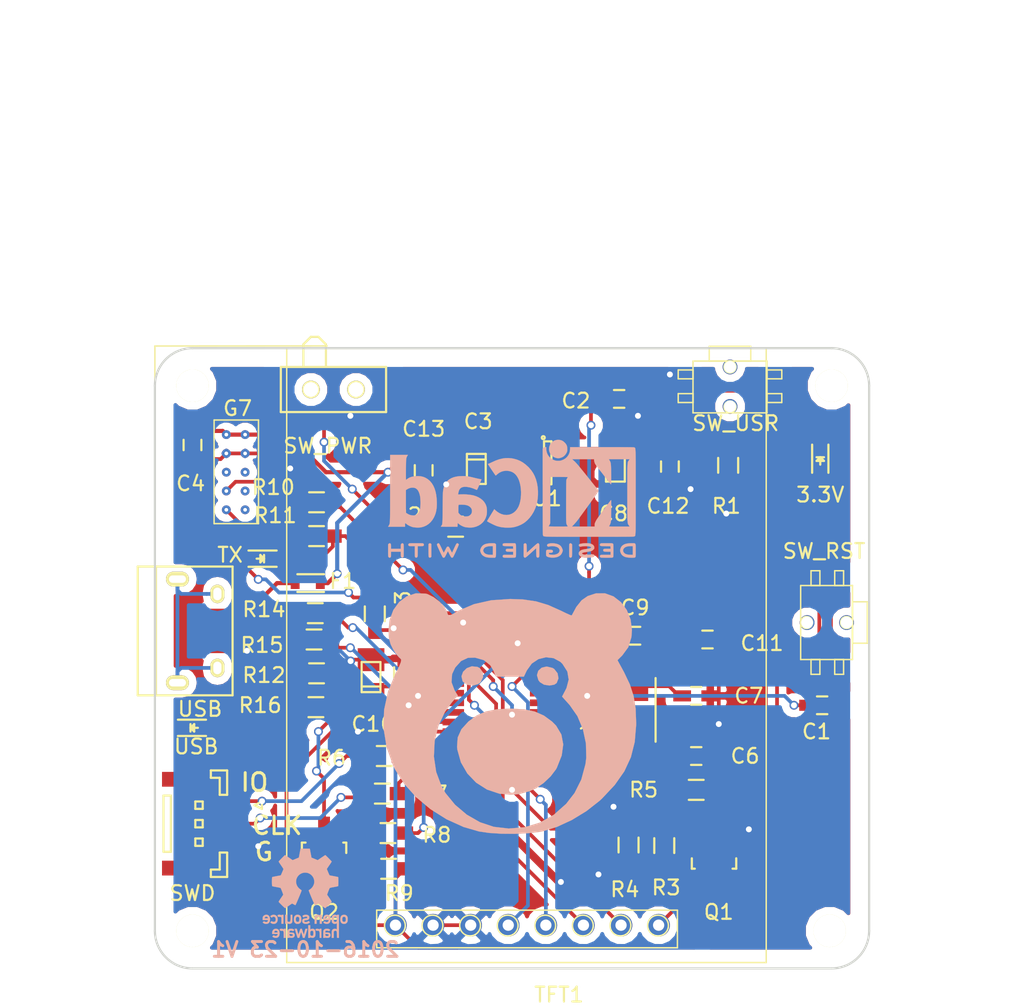
<source format=kicad_pcb>
(kicad_pcb (version 4) (host pcbnew 4.0.4-stable)
  (layers (0 F.Cu signal) (31 B.Cu signal) (34 B.Paste user) (35 F.Paste user) (36 B.SilkS user) (37 F.SilkS user) (38 B.Mask user) (39 F.Mask user) (44 Edge.Cuts user))
  (net 0 "")
  (net 1 /NRST)
  (net 2 GND)
  (net 3 /U_BTN)
  (net 4 +5V)
  (net 5 +3V3)
  (net 6 "Net-(C6-Pad1)")
  (net 7 "Net-(C7-Pad1)")
  (net 8 "Net-(D1-Pad2)")
  (net 9 "Net-(D2-Pad2)")
  (net 10 /G_TX)
  (net 11 "Net-(D3-Pad2)")
  (net 12 "Net-(F1-Pad2)")
  (net 13 "Net-(P1-Pad1)")
  (net 14 "Net-(P1-Pad2)")
  (net 15 "Net-(P2-Pad2)")
  (net 16 "Net-(P2-Pad3)")
  (net 17 "Net-(P2-Pad4)")
  (net 18 "Net-(P2-Pad6)")
  (net 19 "Net-(Q1-Pad3)")
  (net 20 "Net-(Q2-Pad3)")
  (net 21 "Net-(R2-Pad1)")
  (net 22 "Net-(R2-Pad2)")
  (net 23 /T_LED)
  (net 24 "Net-(R5-Pad1)")
  (net 25 /SWIO)
  (net 26 /SWCLK)
  (net 27 /USB_EN)
  (net 28 "Net-(R10-Pad1)")
  (net 29 /G_RX)
  (net 30 "Net-(R11-Pad1)")
  (net 31 /USB_DM)
  (net 32 /USB_DP)
  (net 33 /T_REST)
  (net 34 /T_A0)
  (net 35 /T_SDA)
  (net 36 /T_SCK)
  (net 37 "Net-(U1-Pad4)")
  (net 38 "Net-(U3-Pad5)")
  (net 39 "Net-(U3-Pad6)")
  (net 40 "Net-(U3-Pad8)")
  (net 41 "Net-(U3-Pad10)")
  (net 42 "Net-(Q1-Pad1)")
  (net 43 "Net-(Q2-Pad1)")
  (module HC_Mods:TFT1.44 (layer F.Cu) (at 98.806 116.713)
    (fp_text reference TFT1 (at 12.319 5.715) (layer F.SilkS))
    (fp_text value TFT_1.44)
    (pad 1 thru_hole circle (at 1.27 1.016) (size 1.524 1.524) (drill 0.762) (layers *.Cu *.Mask) (net 5 +3V3))
    (pad 2 thru_hole circle (at 3.81 1.016) (size 1.524 1.524) (drill 0.762) (layers *.Cu *.Mask) (net 2 GND))
    (pad 3 thru_hole circle (at 6.35 1.016) (size 1.524 1.524) (drill 0.762) (layers *.Cu *.Mask) (net 2 GND))
    (pad 4 thru_hole circle (at 8.89 1.016) (size 1.524 1.524) (drill 0.762) (layers *.Cu *.Mask) (net 33 /T_REST))
    (pad 5 thru_hole circle (at 11.43 1.016) (size 1.524 1.524) (drill 0.762) (layers *.Cu *.Mask) (net 34 /T_A0))
    (pad 6 thru_hole circle (at 13.97 1.016) (size 1.524 1.524) (drill 0.762) (layers *.Cu *.Mask) (net 35 /T_SDA))
    (pad 7 thru_hole circle (at 16.51 1.016) (size 1.524 1.524) (drill 0.762) (layers *.Cu *.Mask) (net 36 /T_SCK))
    (pad 8 thru_hole circle (at 19.05 1.016) (size 1.524 1.524) (drill 0.762) (layers *.Cu *.Mask) (net 19 "Net-(Q1-Pad3)"))
  )
  (module Connectors_JST:JST_GH_BM03B-GHS-TBT_03x1.25mm_Straight (layer F.Cu) (at 87.376 110.871 270)
    (fp_text reference SWD (at 4.699 1.016 360) (layer F.SilkS))
    (fp_text value CONN_01X03)
    (pad 1 smd rect (at -1.25 -1.675 270) (size 0.6 1.8) (layers F.Cu F.Paste F.Mask) (net 13 "Net-(P1-Pad1)"))
    (pad 2 smd rect (at 0 -1.675 270) (size 0.6 1.8) (layers F.Cu F.Paste F.Mask) (net 14 "Net-(P1-Pad2)"))
    (pad 3 smd rect (at 1.25 -1.675 270) (size 0.6 1.8) (layers F.Cu F.Paste F.Mask) (net 2 GND))
    (pad "" smd rect (at 3 1.675 270) (size 1 2.8) (layers F.Cu F.Paste F.Mask))
    (pad "" smd rect (at -3 1.675 270) (size 1 2.8) (layers F.Cu F.Paste F.Mask))
  )
  (module Capacitors_SMD:C_0603_HandSoldering (layer F.Cu) (at 128.905 102.87)
    (fp_text reference C1 (at -0.381 1.778 180) (layer F.SilkS))
    (fp_text value 100n)
    (pad 1 smd rect (at -0.95 0) (size 1.2 0.75) (layers F.Cu F.Paste F.Mask) (net 1 /NRST))
    (pad 2 smd rect (at 0.95 0) (size 1.2 0.75) (layers F.Cu F.Paste F.Mask) (net 2 GND))
  )
  (module Capacitors_SMD:C_0603_HandSoldering (layer F.Cu) (at 115.189 82.169)
    (fp_text reference C2 (at -2.921 0.127) (layer F.SilkS))
    (fp_text value 100n)
    (pad 1 smd rect (at -0.95 0) (size 1.2 0.75) (layers F.Cu F.Paste F.Mask) (net 3 /U_BTN))
    (pad 2 smd rect (at 0.95 0) (size 1.2 0.75) (layers F.Cu F.Paste F.Mask) (net 2 GND))
  )
  (module Capacitors_Tantalum_SMD:TantalC_SizeR_EIA-2012 (layer F.Cu) (at 105.537 86.90102 90)
    (fp_text reference C3 (at 3.20802 0.127 180) (layer F.SilkS))
    (fp_text value 10u)
    (pad 1 smd rect (at 1.17602 0 90) (size 1.5494 1.80086) (layers F.Cu F.Paste F.Mask) (net 4 +5V))
    (pad 2 smd rect (at -1.17602 0 90) (size 1.5494 1.80086) (layers F.Cu F.Paste F.Mask) (net 2 GND))
  )
  (module Capacitors_SMD:C_0603_HandSoldering (layer F.Cu) (at 86.36 85.283 270)
    (fp_text reference C4 (at 2.601 0.127 360) (layer F.SilkS))
    (fp_text value 100n)
    (pad 1 smd rect (at -0.95 0 270) (size 1.2 0.75) (layers F.Cu F.Paste F.Mask) (net 4 +5V))
    (pad 2 smd rect (at 0.95 0 270) (size 1.2 0.75) (layers F.Cu F.Paste F.Mask) (net 2 GND))
  )
  (module Capacitors_SMD:C_0603_HandSoldering (layer F.Cu) (at 100.584 100.65 90)
    (fp_text reference C5 (at -2.474 0.127 180) (layer F.SilkS))
    (fp_text value 100n)
    (pad 1 smd rect (at -0.95 0 90) (size 1.2 0.75) (layers F.Cu F.Paste F.Mask) (net 5 +3V3))
    (pad 2 smd rect (at 0.95 0 90) (size 1.2 0.75) (layers F.Cu F.Paste F.Mask) (net 2 GND))
  )
  (module Capacitors_SMD:C_0603_HandSoldering (layer F.Cu) (at 120.396 106.299)
    (fp_text reference C6 (at 3.302 0 180) (layer F.SilkS))
    (fp_text value 22p)
    (pad 1 smd rect (at -0.95 0) (size 1.2 0.75) (layers F.Cu F.Paste F.Mask) (net 6 "Net-(C6-Pad1)"))
    (pad 2 smd rect (at 0.95 0) (size 1.2 0.75) (layers F.Cu F.Paste F.Mask) (net 2 GND))
  )
  (module Capacitors_SMD:C_0603_HandSoldering (layer F.Cu) (at 120.396 102.235)
    (fp_text reference C7 (at 3.556 0) (layer F.SilkS))
    (fp_text value 22p)
    (pad 1 smd rect (at -0.95 0) (size 1.2 0.75) (layers F.Cu F.Paste F.Mask) (net 7 "Net-(C7-Pad1)"))
    (pad 2 smd rect (at 0.95 0) (size 1.2 0.75) (layers F.Cu F.Paste F.Mask) (net 2 GND))
  )
  (module Capacitors_Tantalum_SMD:TantalC_SizeR_EIA-2012 (layer F.Cu) (at 114.935 86.741 90)
    (fp_text reference C8 (at -3.175 -0.127 360) (layer F.SilkS))
    (fp_text value 10u)
    (pad 1 smd rect (at 1.17602 0 90) (size 1.5494 1.80086) (layers F.Cu F.Paste F.Mask) (net 5 +3V3))
    (pad 2 smd rect (at -1.17602 0 90) (size 1.5494 1.80086) (layers F.Cu F.Paste F.Mask) (net 2 GND))
  )
  (module Capacitors_SMD:C_0603_HandSoldering (layer F.Cu) (at 116.266 98.171)
    (fp_text reference C9 (at 0 -1.9) (layer F.SilkS))
    (fp_text value 100n)
    (pad 1 smd rect (at -0.95 0) (size 1.2 0.75) (layers F.Cu F.Paste F.Mask) (net 5 +3V3))
    (pad 2 smd rect (at 0.95 0) (size 1.2 0.75) (layers F.Cu F.Paste F.Mask) (net 2 GND))
  )
  (module Capacitors_Tantalum_SMD:TantalC_SizeR_EIA-2012 (layer F.Cu) (at 98.425 100.965 270)
    (fp_text reference C10 (at 3.175 -0.127 360) (layer F.SilkS))
    (fp_text value 4.7u)
    (pad 1 smd rect (at 1.17602 0 270) (size 1.5494 1.80086) (layers F.Cu F.Paste F.Mask) (net 5 +3V3))
    (pad 2 smd rect (at -1.17602 0 270) (size 1.5494 1.80086) (layers F.Cu F.Paste F.Mask) (net 2 GND))
  )
  (module Capacitors_SMD:C_0603_HandSoldering (layer F.Cu) (at 121.158 98.425)
    (fp_text reference C11 (at 3.683 0.254) (layer F.SilkS))
    (fp_text value 100n)
    (pad 1 smd rect (at -0.95 0) (size 1.2 0.75) (layers F.Cu F.Paste F.Mask) (net 5 +3V3))
    (pad 2 smd rect (at 0.95 0) (size 1.2 0.75) (layers F.Cu F.Paste F.Mask) (net 2 GND))
  )
  (module Capacitors_SMD:C_0603_HandSoldering (layer F.Cu) (at 118.618 86.741 270)
    (fp_text reference C12 (at 2.667 0.127 360) (layer F.SilkS))
    (fp_text value 100n)
    (pad 1 smd rect (at -0.95 0 270) (size 1.2 0.75) (layers F.Cu F.Paste F.Mask) (net 5 +3V3))
    (pad 2 smd rect (at 0.95 0 270) (size 1.2 0.75) (layers F.Cu F.Paste F.Mask) (net 2 GND))
  )
  (module Capacitors_SMD:C_0603_HandSoldering (layer F.Cu) (at 101.981 86.995 270)
    (fp_text reference C13 (at -2.794 0 360) (layer F.SilkS))
    (fp_text value 100n)
    (pad 1 smd rect (at -0.95 0 270) (size 1.2 0.75) (layers F.Cu F.Paste F.Mask) (net 4 +5V))
    (pad 2 smd rect (at 0.95 0 270) (size 1.2 0.75) (layers F.Cu F.Paste F.Mask) (net 2 GND))
  )
  (module LEDs:LED_0603 (layer F.Cu) (at 128.778 86.36 270)
    (fp_text reference 3.3V (at 2.286 0 360) (layer F.SilkS))
    (fp_text value LED_PWR)
    (pad 2 smd rect (at 0.7493 0 90) (size 0.79756 0.79756) (layers F.Cu F.Paste F.Mask) (net 8 "Net-(D1-Pad2)"))
    (pad 1 smd rect (at -0.7493 0 90) (size 0.79756 0.79756) (layers F.Cu F.Paste F.Mask) (net 2 GND))
  )
  (module LEDs:LED_0603 (layer F.Cu) (at 90.9447 92.964 180)
    (fp_text reference TX (at 2.0447 0.254 180) (layer F.SilkS))
    (fp_text value LED_TX)
    (pad 2 smd rect (at 0.7493 0) (size 0.79756 0.79756) (layers F.Cu F.Paste F.Mask) (net 9 "Net-(D2-Pad2)"))
    (pad 1 smd rect (at -0.7493 0) (size 0.79756 0.79756) (layers F.Cu F.Paste F.Mask) (net 10 /G_TX))
  )
  (module LEDs:LED_0603 (layer F.Cu) (at 86.4743 104.394)
    (fp_text reference USB (at 0.1397 1.27) (layer F.SilkS))
    (fp_text value LED_USB)
    (pad 2 smd rect (at 0.7493 0 180) (size 0.79756 0.79756) (layers F.Cu F.Paste F.Mask) (net 11 "Net-(D3-Pad2)"))
    (pad 1 smd rect (at -0.7493 0 180) (size 0.79756 0.79756) (layers F.Cu F.Paste F.Mask) (net 2 GND))
  )
  (module Diodes_SMD:D_0603 (layer F.Cu) (at 94.146 94.615 180)
    (fp_text reference F1 (at -2.374 0.127 180) (layer F.SilkS))
    (fp_text value 6V)
    (pad 1 smd rect (at -0.85 0 180) (size 0.6 0.8) (layers F.Cu F.Paste F.Mask) (net 4 +5V))
    (pad 2 smd rect (at 0.85 0 180) (size 0.6 0.8) (layers F.Cu F.Paste F.Mask) (net 12 "Net-(F1-Pad2)"))
  )
  (module Connect:USB_Micro-B (layer F.Cu) (at 86.48146 97.8469 270)
    (fp_text reference USB (at 5.2771 -0.38654 360) (layer F.SilkS))
    (fp_text value USB_OTG)
    (pad 1 smd rect (at -1.3009 -1.56254) (size 1.35 0.4) (layers F.Cu F.Paste F.Mask) (net 12 "Net-(F1-Pad2)"))
    (pad 2 smd rect (at -0.6509 -1.56254) (size 1.35 0.4) (layers F.Cu F.Paste F.Mask) (net 15 "Net-(P2-Pad2)"))
    (pad 3 smd rect (at -0.0009 -1.56254) (size 1.35 0.4) (layers F.Cu F.Paste F.Mask) (net 16 "Net-(P2-Pad3)"))
    (pad 4 smd rect (at 0.6491 -1.56254) (size 1.35 0.4) (layers F.Cu F.Paste F.Mask) (net 17 "Net-(P2-Pad4)"))
    (pad 5 smd rect (at 1.2991 -1.56254) (size 1.35 0.4) (layers F.Cu F.Paste F.Mask) (net 2 GND))
    (pad 6 thru_hole oval (at -2.5009 -1.56254) (size 0.95 1.25) (drill oval 0.55 0.85) (layers *.Cu *.Mask F.SilkS) (net 18 "Net-(P2-Pad6)"))
    (pad 6 thru_hole oval (at 2.4991 -1.56254) (size 0.95 1.25) (drill oval 0.55 0.85) (layers *.Cu *.Mask F.SilkS) (net 18 "Net-(P2-Pad6)"))
    (pad 6 thru_hole oval (at -3.5009 1.13746) (size 1.55 1) (drill oval 1.15 0.5) (layers *.Cu *.Mask F.SilkS) (net 18 "Net-(P2-Pad6)"))
    (pad 6 thru_hole oval (at 3.4991 1.13746) (size 1.55 1) (drill oval 1.15 0.5) (layers *.Cu *.Mask F.SilkS) (net 18 "Net-(P2-Pad6)"))
  )
  (module TO_SOT_Packages_SMD:SOT-23_Handsoldering (layer F.Cu) (at 121.6 113.26114 180)
    (fp_text reference Q1 (at -0.32 -3.57886 180) (layer F.SilkS))
    (fp_text value Q_PNP_BEC)
    (pad 1 smd rect (at -0.95 1.50114 180) (size 0.8001 1.80086) (layers F.Cu F.Paste F.Mask) (net 42 "Net-(Q1-Pad1)"))
    (pad 2 smd rect (at 0.95 1.50114 180) (size 0.8001 1.80086) (layers F.Cu F.Paste F.Mask) (net 5 +3V3))
    (pad 3 smd rect (at 0 -1.50114 180) (size 0.8001 1.80086) (layers F.Cu F.Paste F.Mask) (net 19 "Net-(Q1-Pad3)"))
  )
  (module TO_SOT_Packages_SMD:SOT-23_Handsoldering (layer F.Cu) (at 95.25 112.79886)
    (fp_text reference Q2 (at 0 4.04114 180) (layer F.SilkS))
    (fp_text value Q_PNP_BEC)
    (pad 1 smd rect (at -0.95 1.50114) (size 0.8001 1.80086) (layers F.Cu F.Paste F.Mask) (net 43 "Net-(Q2-Pad1)"))
    (pad 2 smd rect (at 0.95 1.50114) (size 0.8001 1.80086) (layers F.Cu F.Paste F.Mask) (net 5 +3V3))
    (pad 3 smd rect (at 0 -1.50114) (size 0.8001 1.80086) (layers F.Cu F.Paste F.Mask) (net 20 "Net-(Q2-Pad3)"))
  )
  (module Resistors_SMD:R_0603_HandSoldering (layer F.Cu) (at 122.555 86.657 90)
    (fp_text reference R1 (at -2.751 -0.127 180) (layer F.SilkS))
    (fp_text value 1k)
    (pad 1 smd rect (at -1.1 0 90) (size 1.2 0.9) (layers F.Cu F.Paste F.Mask) (net 5 +3V3))
    (pad 2 smd rect (at 1.1 0 90) (size 1.2 0.9) (layers F.Cu F.Paste F.Mask) (net 8 "Net-(D1-Pad2)"))
  )
  (module Resistors_SMD:R_0603_HandSoldering (layer F.Cu) (at 104.14 90.805)
    (fp_text reference R2 (at -3.259 -0.762) (layer F.SilkS))
    (fp_text value 10k)
    (pad 1 smd rect (at -1.1 0) (size 1.2 0.9) (layers F.Cu F.Paste F.Mask) (net 21 "Net-(R2-Pad1)"))
    (pad 2 smd rect (at 1.1 0) (size 1.2 0.9) (layers F.Cu F.Paste F.Mask) (net 22 "Net-(R2-Pad2)"))
  )
  (module Resistors_SMD:R_0603_HandSoldering (layer F.Cu) (at 118.237 112.352 270)
    (fp_text reference R3 (at 2.837 -0.127 360) (layer F.SilkS))
    (fp_text value 10k)
    (pad 1 smd rect (at -1.1 0 270) (size 1.2 0.9) (layers F.Cu F.Paste F.Mask) (net 5 +3V3))
    (pad 2 smd rect (at 1.1 0 270) (size 1.2 0.9) (layers F.Cu F.Paste F.Mask) (net 42 "Net-(Q1-Pad1)"))
  )
  (module Resistors_SMD:R_0603_HandSoldering (layer F.Cu) (at 115.824 112.311 270)
    (fp_text reference R4 (at 3.005 0.254 360) (layer F.SilkS))
    (fp_text value 1k)
    (pad 1 smd rect (at -1.1 0 270) (size 1.2 0.9) (layers F.Cu F.Paste F.Mask) (net 23 /T_LED))
    (pad 2 smd rect (at 1.1 0 270) (size 1.2 0.9) (layers F.Cu F.Paste F.Mask) (net 42 "Net-(Q1-Pad1)"))
  )
  (module Resistors_SMD:R_0603_HandSoldering (layer F.Cu) (at 120.396 108.585)
    (fp_text reference R5 (at -3.556 0) (layer F.SilkS))
    (fp_text value 10k)
    (pad 1 smd rect (at -1.1 0) (size 1.2 0.9) (layers F.Cu F.Paste F.Mask) (net 24 "Net-(R5-Pad1)"))
    (pad 2 smd rect (at 1.1 0) (size 1.2 0.9) (layers F.Cu F.Paste F.Mask) (net 2 GND))
  )
  (module Resistors_SMD:R_0603_HandSoldering (layer F.Cu) (at 99.314 106.299)
    (fp_text reference R6 (at -3.556 0.127) (layer F.SilkS))
    (fp_text value 22r)
    (pad 1 smd rect (at -1.1 0) (size 1.2 0.9) (layers F.Cu F.Paste F.Mask) (net 13 "Net-(P1-Pad1)"))
    (pad 2 smd rect (at 1.1 0) (size 1.2 0.9) (layers F.Cu F.Paste F.Mask) (net 25 /SWIO))
  )
  (module Resistors_SMD:R_0603_HandSoldering (layer F.Cu) (at 99.187 108.839)
    (fp_text reference R7 (at 3.429 0) (layer F.SilkS))
    (fp_text value 22r)
    (pad 1 smd rect (at -1.1 0) (size 1.2 0.9) (layers F.Cu F.Paste F.Mask) (net 14 "Net-(P1-Pad2)"))
    (pad 2 smd rect (at 1.1 0) (size 1.2 0.9) (layers F.Cu F.Paste F.Mask) (net 26 /SWCLK))
  )
  (module Resistors_SMD:R_0603_HandSoldering (layer F.Cu) (at 99.568 111.506 180)
    (fp_text reference R8 (at -3.302 -0.127 360) (layer F.SilkS))
    (fp_text value 1k)
    (pad 1 smd rect (at -1.1 0 180) (size 1.2 0.9) (layers F.Cu F.Paste F.Mask) (net 27 /USB_EN))
    (pad 2 smd rect (at 1.1 0 180) (size 1.2 0.9) (layers F.Cu F.Paste F.Mask) (net 43 "Net-(Q2-Pad1)"))
  )
  (module Resistors_SMD:R_0603_HandSoldering (layer F.Cu) (at 99.611 113.919)
    (fp_text reference R9 (at 0.719 1.651 180) (layer F.SilkS))
    (fp_text value 10k)
    (pad 1 smd rect (at -1.1 0) (size 1.2 0.9) (layers F.Cu F.Paste F.Mask) (net 43 "Net-(Q2-Pad1)"))
    (pad 2 smd rect (at 1.1 0) (size 1.2 0.9) (layers F.Cu F.Paste F.Mask) (net 5 +3V3))
  )
  (module Resistors_SMD:R_0603_HandSoldering (layer F.Cu) (at 94.742 89.154)
    (fp_text reference R10 (at -2.921 -1.016) (layer F.SilkS))
    (fp_text value 22r)
    (pad 1 smd rect (at -1.1 0) (size 1.2 0.9) (layers F.Cu F.Paste F.Mask) (net 28 "Net-(R10-Pad1)"))
    (pad 2 smd rect (at 1.1 0) (size 1.2 0.9) (layers F.Cu F.Paste F.Mask) (net 29 /G_RX))
  )
  (module Resistors_SMD:R_0603_HandSoldering (layer F.Cu) (at 94.742 91.44)
    (fp_text reference R11 (at -2.794 -1.397) (layer F.SilkS))
    (fp_text value 22r)
    (pad 1 smd rect (at -1.1 0) (size 1.2 0.9) (layers F.Cu F.Paste F.Mask) (net 30 "Net-(R11-Pad1)"))
    (pad 2 smd rect (at 1.1 0) (size 1.2 0.9) (layers F.Cu F.Paste F.Mask) (net 10 /G_TX))
  )
  (module Resistors_SMD:R_0603_HandSoldering (layer F.Cu) (at 94.742 100.711)
    (fp_text reference R12 (at -3.556 0.127) (layer F.SilkS))
    (fp_text value 1.5k)
    (pad 1 smd rect (at -1.1 0) (size 1.2 0.9) (layers F.Cu F.Paste F.Mask) (net 16 "Net-(P2-Pad3)"))
    (pad 2 smd rect (at 1.1 0) (size 1.2 0.9) (layers F.Cu F.Paste F.Mask) (net 20 "Net-(Q2-Pad3)"))
  )
  (module Resistors_SMD:R_0603_HandSoldering (layer F.Cu) (at 98.679 96.69 90)
    (fp_text reference R13 (at 0.127 1.905 90) (layer F.SilkS))
    (fp_text value 1k)
    (pad 1 smd rect (at -1.1 0 90) (size 1.2 0.9) (layers F.Cu F.Paste F.Mask) (net 5 +3V3))
    (pad 2 smd rect (at 1.1 0 90) (size 1.2 0.9) (layers F.Cu F.Paste F.Mask) (net 9 "Net-(D2-Pad2)"))
  )
  (module Resistors_SMD:R_0603_HandSoldering (layer F.Cu) (at 94.658 96.647)
    (fp_text reference R14 (at -3.472 -0.254) (layer F.SilkS))
    (fp_text value 0r)
    (pad 1 smd rect (at -1.1 0) (size 1.2 0.9) (layers F.Cu F.Paste F.Mask) (net 15 "Net-(P2-Pad2)"))
    (pad 2 smd rect (at 1.1 0) (size 1.2 0.9) (layers F.Cu F.Paste F.Mask) (net 31 /USB_DM))
  )
  (module Resistors_SMD:R_0603_HandSoldering (layer F.Cu) (at 94.572 98.425)
    (fp_text reference R15 (at -3.513 0.381) (layer F.SilkS))
    (fp_text value 0r)
    (pad 1 smd rect (at -1.1 0) (size 1.2 0.9) (layers F.Cu F.Paste F.Mask) (net 16 "Net-(P2-Pad3)"))
    (pad 2 smd rect (at 1.1 0) (size 1.2 0.9) (layers F.Cu F.Paste F.Mask) (net 32 /USB_DP))
  )
  (module Resistors_SMD:R_0603_HandSoldering (layer F.Cu) (at 94.699 102.997 180)
    (fp_text reference R16 (at 3.767 0.127 180) (layer F.SilkS))
    (fp_text value 1k)
    (pad 1 smd rect (at -1.1 0 180) (size 1.2 0.9) (layers F.Cu F.Paste F.Mask) (net 20 "Net-(Q2-Pad3)"))
    (pad 2 smd rect (at 1.1 0 180) (size 1.2 0.9) (layers F.Cu F.Paste F.Mask) (net 11 "Net-(D3-Pad2)"))
  )
  (module HC_Mods:SSSS811101 (layer F.Cu) (at 95.885 81.534 180)
    (fp_text reference SW_PWR (at 0.381 -3.81 180) (layer F.SilkS))
    (fp_text value SWITCH_INV)
    (pad "" smd rect (at 3.556 1.016 180) (size 1 0.8) (layers F.Cu F.Paste F.Mask))
    (pad "" smd rect (at 3.556 -1.016 180) (size 1 0.8) (layers F.Cu F.Paste F.Mask))
    (pad "" smd rect (at -3.556 -1.016 180) (size 1 0.8) (layers F.Cu F.Paste F.Mask))
    (pad "" thru_hole circle (at -1.524 0 180) (size 1.2 1.2) (drill 1) (layers *.Cu *.Mask F.SilkS))
    (pad "" thru_hole circle (at 1.524 0 180) (size 1.2 1.2) (drill 1) (layers *.Cu *.Mask F.SilkS))
    (pad 2 smd rect (at 0.762 -1.778 180) (size 0.7 1.5) (layers F.Cu F.Paste F.Mask) (net 21 "Net-(R2-Pad1)"))
    (pad 3 smd rect (at 2.286 -1.778 180) (size 0.7 1.5) (layers F.Cu F.Paste F.Mask) (net 4 +5V))
    (pad 1 smd rect (at -2.286 -1.778 180) (size 0.7 1.5) (layers F.Cu F.Paste F.Mask) (net 2 GND))
    (pad "" smd rect (at -3.556 1.016 180) (size 1 0.8) (layers F.Cu F.Paste F.Mask))
  )
  (module HC_Mods:MBTN1 (layer F.Cu) (at 131.953 98.679 270)
    (fp_text reference SW_RST1 hide)
    (fp_text value SW_RST (at -6.223 2.921 360) (layer F.SilkS))
    (pad 1 smd rect (at 1.651 1.905 270) (size 1 0.6) (layers F.Cu F.Paste F.Mask) (net 2 GND))
    (pad 2 smd rect (at 1.651 3.556 270) (size 1 0.6) (layers F.Cu F.Paste F.Mask) (net 1 /NRST))
    (pad 1 smd rect (at -4.445 1.905 270) (size 1 0.6) (layers F.Cu F.Paste F.Mask) (net 2 GND))
    (pad 2 smd rect (at -4.445 3.556 270) (size 1 0.6) (layers F.Cu F.Paste F.Mask) (net 1 /NRST))
    (pad "" np_thru_hole circle (at -1.397 1.397 270) (size 1 1) (drill 0.8) (layers *.Cu *.Mask))
    (pad "" np_thru_hole circle (at -1.397 4.064 270) (size 1 1) (drill 0.8) (layers *.Cu *.Mask))
  )
  (module HC_Mods:MBTN1 (layer F.Cu) (at 124.079 78.613)
    (fp_text reference SW_RST2 hide)
    (fp_text value SW_USR (at -1.016 5.207) (layer F.SilkS))
    (pad 1 smd rect (at 1.651 1.905) (size 1 0.6) (layers F.Cu F.Paste F.Mask) (net 2 GND))
    (pad 2 smd rect (at 1.651 3.556) (size 1 0.6) (layers F.Cu F.Paste F.Mask) (net 3 /U_BTN))
    (pad 1 smd rect (at -4.445 1.905) (size 1 0.6) (layers F.Cu F.Paste F.Mask) (net 2 GND))
    (pad 2 smd rect (at -4.445 3.556) (size 1 0.6) (layers F.Cu F.Paste F.Mask) (net 3 /U_BTN))
    (pad "" np_thru_hole circle (at -1.397 1.397) (size 1 1) (drill 0.8) (layers *.Cu *.Mask))
    (pad "" np_thru_hole circle (at -1.397 4.064) (size 1 1) (drill 0.8) (layers *.Cu *.Mask))
  )
  (module TO_SOT_Packages_SMD:SOT-23-5 (layer F.Cu) (at 110.363 86.487)
    (fp_text reference U1 (at -0.05 2.413) (layer F.SilkS))
    (fp_text value SPX3819)
    (pad 1 smd rect (at -1.1 -0.95) (size 1.06 0.65) (layers F.Cu F.Paste F.Mask) (net 4 +5V))
    (pad 2 smd rect (at -1.1 0) (size 1.06 0.65) (layers F.Cu F.Paste F.Mask) (net 2 GND))
    (pad 3 smd rect (at -1.1 0.95) (size 1.06 0.65) (layers F.Cu F.Paste F.Mask) (net 22 "Net-(R2-Pad2)"))
    (pad 4 smd rect (at 1.1 0.95) (size 1.06 0.65) (layers F.Cu F.Paste F.Mask) (net 37 "Net-(U1-Pad4)"))
    (pad 5 smd rect (at 1.1 -0.95) (size 1.06 0.65) (layers F.Cu F.Paste F.Mask) (net 5 +3V3))
  )
  (module Housings_SSOP:TSSOP-20_4.4x6.5mm_Pitch0.65mm (layer F.Cu) (at 106.934 101.727 180)
    (fp_text reference U2 (at 0 -4.3 180) (layer F.SilkS))
    (fp_text value STM32F070F6Px)
    (pad 1 smd rect (at -2.95 -2.925 180) (size 1.45 0.45) (layers F.Cu F.Paste F.Mask) (net 24 "Net-(R5-Pad1)"))
    (pad 2 smd rect (at -2.95 -2.275 180) (size 1.45 0.45) (layers F.Cu F.Paste F.Mask) (net 6 "Net-(C6-Pad1)"))
    (pad 3 smd rect (at -2.95 -1.625 180) (size 1.45 0.45) (layers F.Cu F.Paste F.Mask) (net 7 "Net-(C7-Pad1)"))
    (pad 4 smd rect (at -2.95 -0.975 180) (size 1.45 0.45) (layers F.Cu F.Paste F.Mask) (net 1 /NRST))
    (pad 5 smd rect (at -2.95 -0.325 180) (size 1.45 0.45) (layers F.Cu F.Paste F.Mask) (net 5 +3V3))
    (pad 6 smd rect (at -2.95 0.325 180) (size 1.45 0.45) (layers F.Cu F.Paste F.Mask) (net 3 /U_BTN))
    (pad 7 smd rect (at -2.95 0.975 180) (size 1.45 0.45) (layers F.Cu F.Paste F.Mask) (net 33 /T_REST))
    (pad 8 smd rect (at -2.95 1.625 180) (size 1.45 0.45) (layers F.Cu F.Paste F.Mask) (net 29 /G_RX))
    (pad 9 smd rect (at -2.95 2.275 180) (size 1.45 0.45) (layers F.Cu F.Paste F.Mask) (net 10 /G_TX))
    (pad 10 smd rect (at -2.95 2.925 180) (size 1.45 0.45) (layers F.Cu F.Paste F.Mask) (net 27 /USB_EN))
    (pad 11 smd rect (at 2.95 2.925 180) (size 1.45 0.45) (layers F.Cu F.Paste F.Mask) (net 36 /T_SCK))
    (pad 12 smd rect (at 2.95 2.275 180) (size 1.45 0.45) (layers F.Cu F.Paste F.Mask) (net 34 /T_A0))
    (pad 13 smd rect (at 2.95 1.625 180) (size 1.45 0.45) (layers F.Cu F.Paste F.Mask) (net 35 /T_SDA))
    (pad 14 smd rect (at 2.95 0.975 180) (size 1.45 0.45) (layers F.Cu F.Paste F.Mask) (net 23 /T_LED))
    (pad 15 smd rect (at 2.95 0.325 180) (size 1.45 0.45) (layers F.Cu F.Paste F.Mask) (net 2 GND))
    (pad 16 smd rect (at 2.95 -0.325 180) (size 1.45 0.45) (layers F.Cu F.Paste F.Mask) (net 5 +3V3))
    (pad 17 smd rect (at 2.95 -0.975 180) (size 1.45 0.45) (layers F.Cu F.Paste F.Mask) (net 31 /USB_DM))
    (pad 18 smd rect (at 2.95 -1.625 180) (size 1.45 0.45) (layers F.Cu F.Paste F.Mask) (net 32 /USB_DP))
    (pad 19 smd rect (at 2.95 -2.275 180) (size 1.45 0.45) (layers F.Cu F.Paste F.Mask) (net 25 /SWIO))
    (pad 20 smd rect (at 2.95 -2.925 180) (size 1.45 0.45) (layers F.Cu F.Paste F.Mask) (net 26 /SWCLK))
  )
  (module Crystals:Crystal_SMD_5032_2Pads (layer F.Cu) (at 115.951 103.632 90)
    (fp_text reference Y1 (at 0 -2.8 90) (layer F.SilkS))
    (fp_text value 8M)
    (pad 1 smd rect (at -2.05 0 90) (size 2 2.4) (layers F.Cu F.Paste F.Mask) (net 6 "Net-(C6-Pad1)"))
    (pad 2 smd rect (at 2.05 0 90) (size 2 2.4) (layers F.Cu F.Paste F.Mask) (net 7 "Net-(C7-Pad1)"))
  )
  (module Mounting_Holes:MountingHole_2.2mm_M2_ISO7380 (layer F.Cu) (at 86.36 118.11)
    (fp_text reference REF** hide)
    (fp_text value MountingHole_2.2mm_M2_ISO7380)
    (pad 1 np_thru_hole circle (at 0 0) (size 2.2 2.2) (drill 2.2) (layers *.Cu *.Mask F.SilkS))
  )
  (module Mounting_Holes:MountingHole_2.2mm_M2_ISO7380 (layer F.Cu) (at 129.413 118.11)
    (fp_text reference REF** hide)
    (fp_text value MountingHole_2.2mm_M2_ISO7380)
    (pad 1 np_thru_hole circle (at 0 0) (size 2.2 2.2) (drill 2.2) (layers *.Cu *.Mask F.SilkS))
  )
  (module Mounting_Holes:MountingHole_2.2mm_M2_ISO7380 (layer F.Cu) (at 129.54 81.28)
    (fp_text reference REF** hide)
    (fp_text value MountingHole_2.2mm_M2_ISO7380)
    (pad 1 np_thru_hole circle (at 0 0) (size 2.2 2.2) (drill 2.2) (layers *.Cu *.Mask F.SilkS))
  )
  (module Mounting_Holes:MountingHole_2.2mm_M2_ISO7380 (layer F.Cu) (at 86.36 81.28)
    (fp_text reference REF** hide)
    (fp_text value MountingHole_2.2mm_M2_ISO7380)
    (pad 1 np_thru_hole circle (at 0 0) (size 2.2 2.2) (drill 2.2) (layers *.Cu *.Mask F.SilkS))
  )
  (module Symbols:KiCad-Logo2_8mm_SilkScreen (layer B.Cu) (at 107.95 88.9 180)
    (fp_text reference REF*** hide)
    (fp_text value KiCad-Logo2_8mm_SilkScreen hide)
  )
  (module HC_Mods:HanChen_Gray (layer B.Cu) (at 107.95 102.87 180)
    (fp_text reference G*** hide)
    (fp_text value LOGO hide)
  )
  (module Symbols:OSHW-Logo_5.7x6mm_SilkScreen (layer B.Cu) (at 93.98 115.57 180)
    (fp_text reference REF*** hide)
    (fp_text value OSHW-Logo_5.7x6mm_SilkScreen hide)
  )
  (module HC_Mods:PMS7003_2 (layer F.Cu) (at 87.884 83.566)
    (fp_text reference G7 (at 1.524 -0.762) (layer F.SilkS))
    (fp_text value G7)
    (pad 1 thru_hole circle (at 0.762 1.016) (size 0.6 0.6) (drill 0.25) (layers *.Cu *.Mask) (net 4 +5V))
    (pad 2 thru_hole circle (at 2.032 1.016) (size 0.6 0.6) (drill 0.25) (layers *.Cu *.Mask) (net 4 +5V))
    (pad 3 thru_hole circle (at 0.762 2.286) (size 0.6 0.6) (drill 0.25) (layers *.Cu *.Mask) (net 2 GND))
    (pad 4 thru_hole circle (at 2.032 2.286) (size 0.6 0.6) (drill 0.25) (layers *.Cu *.Mask) (net 2 GND))
    (pad 5 thru_hole circle (at 0.762 3.556) (size 0.6 0.6) (drill 0.25) (layers *.Cu *.Mask) (net 38 "Net-(U3-Pad5)"))
    (pad 6 thru_hole circle (at 2.032 3.556) (size 0.6 0.6) (drill 0.25) (layers *.Cu *.Mask) (net 39 "Net-(U3-Pad6)"))
    (pad 7 thru_hole circle (at 0.762 4.826) (size 0.6 0.6) (drill 0.25) (layers *.Cu *.Mask) (net 28 "Net-(R10-Pad1)"))
    (pad 8 thru_hole circle (at 2.032 4.826) (size 0.6 0.6) (drill 0.25) (layers *.Cu *.Mask) (net 40 "Net-(U3-Pad8)"))
    (pad 9 thru_hole circle (at 0.762 6.096) (size 0.6 0.6) (drill 0.25) (layers *.Cu *.Mask) (net 30 "Net-(R11-Pad1)"))
    (pad 10 thru_hole circle (at 2.032 6.096) (size 0.6 0.6) (drill 0.25) (layers *.Cu *.Mask) (net 41 "Net-(U3-Pad10)"))
  )
  (gr_text "2016-10-23 V1" (at 93.98 119.38) (layer B.SilkS) (effects (font (size 1 1) (thickness 0.2)) (justify mirror)))
  (gr_text IO (at 90.551 108.077) (layer F.SilkS) (effects (font (size 1.2 1.2) (thickness 0.2))))
  (gr_text CLK (at 92.075 110.998) (layer F.SilkS) (effects (font (size 1.2 1.2) (thickness 0.2))))
  (gr_text G (at 91.186 112.776) (layer F.SilkS) (effects (font (size 1.2 1.2) (thickness 0.2))))
  (gr_line (start 129.54 78.74) (end 86.36 78.74) (layer Edge.Cuts) (width 0.15))
  (gr_line (start 132.08 118.11) (end 132.08 81.28) (layer Edge.Cuts) (width 0.15))
  (gr_line (start 86.36 120.65) (end 129.54 120.65) (layer Edge.Cuts) (width 0.15))
  (gr_line (start 83.82 81.28) (end 83.82 118.11) (layer Edge.Cuts) (width 0.15))
  (gr_arc (start 129.54 118.11) (end 132.08 118.11) (angle 90) (layer Edge.Cuts) (width 0.15))
  (gr_arc (start 86.36 118.11) (end 86.36 120.65) (angle 90) (layer Edge.Cuts) (width 0.15))
  (gr_arc (start 129.54 81.28) (end 129.54 78.74) (angle 90) (layer Edge.Cuts) (width 0.15))
  (gr_arc (start 86.36 81.28) (end 83.82 81.28) (angle 90) (layer Edge.Cuts) (width 0.15))
  (segment (start 127.955 102.87) (end 127.955 100.772) (width 0.25) (layer F.Cu) (net 1))
  (segment (start 127.955 100.772) (end 128.397 100.33) (width 0.25) (layer F.Cu) (net 1))
  (segment (start 127 102.87) (end 127.955 102.87) (width 0.25) (layer F.Cu) (net 1))
  (segment (start 113.03 102.235) (end 126.365 102.235) (width 0.25) (layer B.Cu) (net 1))
  (segment (start 126.365 102.235) (end 127 102.87) (width 0.25) (layer B.Cu) (net 1))
  (via (at 127 102.87) (size 0.6) (drill 0.4) (layers F.Cu B.Cu) (net 1))
  (segment (start 128.397 100.33) (end 128.397 99.58) (width 0.25) (layer F.Cu) (net 1))
  (segment (start 128.397 99.58) (end 128.714001 99.262999) (width 0.25) (layer F.Cu) (net 1))
  (segment (start 128.714001 99.262999) (end 128.714001 95.301001) (width 0.25) (layer F.Cu) (net 1))
  (segment (start 128.714001 95.301001) (end 128.397 94.984) (width 0.25) (layer F.Cu) (net 1))
  (segment (start 128.397 94.984) (end 128.397 94.234) (width 0.25) (layer F.Cu) (net 1))
  (segment (start 111.999246 102.702) (end 112.563 102.702) (width 0.25) (layer F.Cu) (net 1))
  (segment (start 112.563 102.702) (end 113.03 102.235) (width 0.25) (layer F.Cu) (net 1))
  (via (at 113.03 102.235) (size 0.6) (drill 0.4) (layers F.Cu B.Cu) (net 1))
  (segment (start 109.884 102.702) (end 111.999246 102.702) (width 0.25) (layer F.Cu) (net 1))
  (segment (start 128.143 93.98) (end 128.397 94.234) (width 0.25) (layer F.Cu) (net 1))
  (segment (start 105.156 117.729) (end 102.616 117.729) (width 0.25) (layer F.Cu) (net 2))
  (segment (start 90.043 99.187) (end 92.075 99.187) (width 0.25) (layer B.Cu) (net 2))
  (segment (start 92.075 99.187) (end 97.536 104.648) (width 0.25) (layer B.Cu) (net 2))
  (via (at 97.536 104.648) (size 0.6) (drill 0.4) (layers F.Cu B.Cu) (net 2))
  (segment (start 121.92 104.14) (end 121.92 109.22) (width 0.25) (layer B.Cu) (net 2))
  (segment (start 121.92 109.22) (end 123.952 111.252) (width 0.25) (layer B.Cu) (net 2))
  (via (at 123.952 111.252) (size 0.6) (drill 0.4) (layers F.Cu B.Cu) (net 2))
  (segment (start 97.028 83.312) (end 98.171 83.312) (width 0.25) (layer F.Cu) (net 2))
  (segment (start 92.964 86.868) (end 92.964 86.079988) (width 0.25) (layer B.Cu) (net 2))
  (segment (start 92.964 86.079988) (end 95.731988 83.312) (width 0.25) (layer B.Cu) (net 2))
  (segment (start 95.731988 83.312) (end 97.028 83.312) (width 0.25) (layer B.Cu) (net 2))
  (via (at 97.028 83.312) (size 0.6) (drill 0.4) (layers F.Cu B.Cu) (net 2))
  (segment (start 89.916 85.852) (end 91.948 85.852) (width 0.25) (layer F.Cu) (net 2))
  (segment (start 91.948 85.852) (end 92.964 86.868) (width 0.25) (layer F.Cu) (net 2))
  (via (at 92.964 86.868) (size 0.6) (drill 0.4) (layers F.Cu B.Cu) (net 2))
  (segment (start 113.792 114.3) (end 111.76 114.3) (width 0.25) (layer B.Cu) (net 2))
  (segment (start 111.76 114.3) (end 111.252 114.808) (width 0.25) (layer B.Cu) (net 2))
  (via (at 111.252 114.808) (size 0.6) (drill 0.4) (layers F.Cu B.Cu) (net 2))
  (segment (start 114.808 109.728) (end 114.808 113.284) (width 0.25) (layer B.Cu) (net 2))
  (segment (start 114.808 113.284) (end 113.792 114.3) (width 0.25) (layer B.Cu) (net 2))
  (via (at 113.792 114.3) (size 0.6) (drill 0.4) (layers F.Cu B.Cu) (net 2))
  (segment (start 121.92 104.14) (end 120.396 104.14) (width 0.25) (layer B.Cu) (net 2))
  (segment (start 120.396 104.14) (end 114.808 109.728) (width 0.25) (layer B.Cu) (net 2))
  (via (at 114.808 109.728) (size 0.6) (drill 0.4) (layers F.Cu B.Cu) (net 2))
  (segment (start 122.428 89.916) (end 120.777 88.265) (width 0.25) (layer B.Cu) (net 2))
  (segment (start 120.777 88.265) (end 120.015 88.265) (width 0.25) (layer B.Cu) (net 2))
  (segment (start 121.92 104.14) (end 121.92 90.424) (width 0.25) (layer F.Cu) (net 2))
  (segment (start 121.92 90.424) (end 122.428 89.916) (width 0.25) (layer F.Cu) (net 2))
  (via (at 122.428 89.916) (size 0.6) (drill 0.4) (layers F.Cu B.Cu) (net 2))
  (segment (start 121.346 106.299) (end 121.346 104.714) (width 0.25) (layer F.Cu) (net 2))
  (segment (start 121.346 104.714) (end 121.92 104.14) (width 0.25) (layer F.Cu) (net 2))
  (via (at 121.92 104.14) (size 0.6) (drill 0.4) (layers F.Cu B.Cu) (net 2))
  (segment (start 89.051 112.121) (end 90.531 112.121) (width 0.25) (layer F.Cu) (net 2))
  (segment (start 90.531 112.121) (end 90.805 112.395) (width 0.25) (layer F.Cu) (net 2))
  (via (at 90.805 112.395) (size 0.6) (drill 0.4) (layers F.Cu B.Cu) (net 2))
  (segment (start 130.048 100.33) (end 130.048 100.13) (width 0.25) (layer F.Cu) (net 2))
  (segment (start 130.048 100.13) (end 129.498 99.58) (width 0.25) (layer F.Cu) (net 2))
  (segment (start 129.498 99.58) (end 129.498 94.984) (width 0.25) (layer F.Cu) (net 2))
  (segment (start 129.498 94.984) (end 130.048 94.434) (width 0.25) (layer F.Cu) (net 2))
  (segment (start 130.048 94.434) (end 130.048 94.234) (width 0.25) (layer F.Cu) (net 2))
  (segment (start 90.043 99.187) (end 96.346801 99.187) (width 0.25) (layer B.Cu) (net 2))
  (segment (start 96.346801 99.187) (end 97.042972 99.883171) (width 0.25) (layer B.Cu) (net 2))
  (segment (start 103.505 87.945) (end 105.40496 87.945) (width 0.25) (layer F.Cu) (net 2))
  (segment (start 101.981 87.945) (end 103.505 87.945) (width 0.25) (layer F.Cu) (net 2))
  (via (at 103.505 87.945) (size 0.6) (drill 0.4) (layers F.Cu B.Cu) (net 2))
  (segment (start 105.40496 87.945) (end 105.537 88.07704) (width 0.25) (layer F.Cu) (net 2))
  (segment (start 114.935 87.91702) (end 113.78457 87.91702) (width 0.25) (layer F.Cu) (net 2))
  (segment (start 113.78457 87.91702) (end 112.35455 86.487) (width 0.25) (layer F.Cu) (net 2))
  (segment (start 112.35455 86.487) (end 110.043 86.487) (width 0.25) (layer F.Cu) (net 2))
  (segment (start 110.043 86.487) (end 109.263 86.487) (width 0.25) (layer F.Cu) (net 2))
  (segment (start 118.618 87.691) (end 119.441 87.691) (width 0.25) (layer F.Cu) (net 2))
  (segment (start 119.441 87.691) (end 120.015 88.265) (width 0.25) (layer F.Cu) (net 2))
  (via (at 120.015 88.265) (size 0.6) (drill 0.4) (layers F.Cu B.Cu) (net 2))
  (segment (start 118.618 87.691) (end 115.16102 87.691) (width 0.25) (layer F.Cu) (net 2))
  (segment (start 115.16102 87.691) (end 114.935 87.91702) (width 0.25) (layer F.Cu) (net 2))
  (via (at 97.042972 99.883171) (size 0.6) (drill 0.4) (layers F.Cu B.Cu) (net 2))
  (segment (start 97.137163 99.78898) (end 97.042972 99.883171) (width 0.25) (layer F.Cu) (net 2))
  (segment (start 98.425 99.78898) (end 97.137163 99.78898) (width 0.25) (layer F.Cu) (net 2))
  (segment (start 100.584 99.7) (end 98.51398 99.7) (width 0.25) (layer F.Cu) (net 2))
  (segment (start 98.51398 99.7) (end 98.425 99.78898) (width 0.25) (layer F.Cu) (net 2))
  (segment (start 101.209 99.7) (end 100.584 99.7) (width 0.25) (layer F.Cu) (net 2))
  (segment (start 101.293411 99.7) (end 101.209 99.7) (width 0.25) (layer F.Cu) (net 2))
  (segment (start 102.995411 101.402) (end 101.293411 99.7) (width 0.25) (layer F.Cu) (net 2))
  (segment (start 103.984 101.402) (end 102.995411 101.402) (width 0.25) (layer F.Cu) (net 2))
  (segment (start 118.618 80.518) (end 119.634 80.518) (width 0.25) (layer F.Cu) (net 2))
  (segment (start 116.459 83.312) (end 118.618 81.153) (width 0.25) (layer B.Cu) (net 2))
  (segment (start 118.618 81.153) (end 118.618 80.518) (width 0.25) (layer B.Cu) (net 2))
  (via (at 118.618 80.518) (size 0.6) (drill 0.4) (layers F.Cu B.Cu) (net 2))
  (segment (start 116.139 82.169) (end 116.139 82.992) (width 0.25) (layer F.Cu) (net 2))
  (segment (start 116.139 82.992) (end 116.459 83.312) (width 0.25) (layer F.Cu) (net 2))
  (via (at 116.459 83.312) (size 0.6) (drill 0.4) (layers F.Cu B.Cu) (net 2))
  (segment (start 109.263 86.487) (end 108.483 86.487) (width 0.25) (layer F.Cu) (net 2))
  (segment (start 108.483 86.487) (end 106.89296 88.07704) (width 0.25) (layer F.Cu) (net 2))
  (segment (start 106.89296 88.07704) (end 105.537 88.07704) (width 0.25) (layer F.Cu) (net 2))
  (segment (start 90.043 85.852) (end 89.916 85.852) (width 0.25) (layer F.Cu) (net 2))
  (segment (start 88.646 85.852) (end 90.043 85.852) (width 0.25) (layer F.Cu) (net 2))
  (segment (start 86.36 86.233) (end 88.265 86.233) (width 0.25) (layer F.Cu) (net 2))
  (segment (start 88.265 86.233) (end 88.646 85.852) (width 0.25) (layer F.Cu) (net 2))
  (segment (start 88.044 99.146) (end 90.002 99.146) (width 0.25) (layer F.Cu) (net 2))
  (segment (start 90.002 99.146) (end 90.043 99.187) (width 0.25) (layer F.Cu) (net 2))
  (via (at 90.043 99.187) (size 0.6) (drill 0.4) (layers F.Cu B.Cu) (net 2))
  (segment (start 119.634 82.169) (end 118.884 82.169) (width 0.25) (layer F.Cu) (net 3))
  (segment (start 118.884 82.169) (end 118.183999 81.468999) (width 0.25) (layer F.Cu) (net 3))
  (segment (start 114.464 82.169) (end 114.239 82.169) (width 0.25) (layer F.Cu) (net 3))
  (segment (start 118.183999 81.468999) (end 115.164001 81.468999) (width 0.25) (layer F.Cu) (net 3))
  (segment (start 115.164001 81.468999) (end 114.464 82.169) (width 0.25) (layer F.Cu) (net 3))
  (segment (start 125.73 82.169) (end 125.53 82.169) (width 0.25) (layer F.Cu) (net 3))
  (segment (start 125.53 82.169) (end 124.98 81.619) (width 0.25) (layer F.Cu) (net 3))
  (segment (start 124.98 81.619) (end 120.384 81.619) (width 0.25) (layer F.Cu) (net 3))
  (segment (start 120.384 81.619) (end 119.834 82.169) (width 0.25) (layer F.Cu) (net 3))
  (segment (start 119.834 82.169) (end 119.634 82.169) (width 0.25) (layer F.Cu) (net 3))
  (segment (start 109.884 101.402) (end 110.859 101.402) (width 0.25) (layer F.Cu) (net 3))
  (segment (start 110.859 101.402) (end 113.157 99.104) (width 0.25) (layer F.Cu) (net 3))
  (segment (start 113.157 99.104) (end 113.157 93.896264) (width 0.25) (layer F.Cu) (net 3))
  (segment (start 113.157 93.896264) (end 113.157 93.472) (width 0.25) (layer F.Cu) (net 3))
  (segment (start 124.279999 81.468999) (end 124.98 82.169) (width 0.25) (layer F.Cu) (net 3))
  (segment (start 124.98 82.169) (end 125.73 82.169) (width 0.25) (layer F.Cu) (net 3))
  (segment (start 113.284 83.947) (end 113.284 83.124) (width 0.25) (layer F.Cu) (net 3))
  (segment (start 113.284 83.124) (end 114.239 82.169) (width 0.25) (layer F.Cu) (net 3))
  (segment (start 113.157 93.472) (end 113.157 84.074) (width 0.25) (layer B.Cu) (net 3))
  (segment (start 113.157 84.074) (end 113.284 83.947) (width 0.25) (layer B.Cu) (net 3))
  (via (at 113.284 83.947) (size 0.6) (drill 0.4) (layers F.Cu B.Cu) (net 3))
  (via (at 113.157 93.472) (size 0.6) (drill 0.4) (layers F.Cu B.Cu) (net 3))
  (segment (start 86.36 84.333) (end 88.397 84.333) (width 0.28) (layer F.Cu) (net 4))
  (segment (start 88.397 84.333) (end 88.646 84.582) (width 0.28) (layer F.Cu) (net 4))
  (segment (start 89.916 84.582) (end 88.646 84.582) (width 0.28) (layer F.Cu) (net 4))
  (segment (start 91.948 85.344) (end 91.186 84.582) (width 0.28) (layer F.Cu) (net 4))
  (segment (start 91.186 84.582) (end 89.916 84.582) (width 0.28) (layer F.Cu) (net 4))
  (segment (start 93.599 85.344) (end 91.948 85.344) (width 0.28) (layer F.Cu) (net 4))
  (segment (start 95.377 87.122) (end 93.599 85.344) (width 0.28) (layer F.Cu) (net 4))
  (segment (start 93.599 85.344) (end 93.599 83.312) (width 0.28) (layer F.Cu) (net 4))
  (segment (start 99.568 87.122) (end 95.377 87.122) (width 0.28) (layer F.Cu) (net 4))
  (segment (start 105.537 85.725) (end 109.075 85.725) (width 0.28) (layer F.Cu) (net 4))
  (segment (start 109.075 85.725) (end 109.263 85.537) (width 0.28) (layer F.Cu) (net 4))
  (segment (start 101.981 86.045) (end 105.217 86.045) (width 0.28) (layer F.Cu) (net 4))
  (segment (start 105.217 86.045) (end 105.537 85.725) (width 0.28) (layer F.Cu) (net 4))
  (segment (start 99.568 87.122) (end 100.645 86.045) (width 0.28) (layer F.Cu) (net 4))
  (segment (start 100.645 86.045) (end 101.981 86.045) (width 0.28) (layer F.Cu) (net 4))
  (segment (start 96.139 93.98) (end 96.139 90.551) (width 0.28) (layer B.Cu) (net 4))
  (segment (start 96.139 90.551) (end 99.568 87.122) (width 0.28) (layer B.Cu) (net 4))
  (via (at 99.568 87.122) (size 0.6) (drill 0.4) (layers F.Cu B.Cu) (net 4))
  (segment (start 101.981 86.27) (end 101.981 86.045) (width 0.28) (layer F.Cu) (net 4))
  (segment (start 94.996 94.615) (end 95.504 94.615) (width 0.28) (layer F.Cu) (net 4))
  (segment (start 95.504 94.615) (end 96.139 93.98) (width 0.28) (layer F.Cu) (net 4))
  (via (at 96.139 93.98) (size 0.6) (drill 0.4) (layers F.Cu B.Cu) (net 4))
  (segment (start 125.857 91.209) (end 125.857 105.41) (width 0.25) (layer F.Cu) (net 5))
  (segment (start 125.857 105.41) (end 125.857 106.553) (width 0.25) (layer F.Cu) (net 5))
  (segment (start 120.65 111.76) (end 120.65 111.25962) (width 0.25) (layer F.Cu) (net 5))
  (segment (start 120.65 111.25962) (end 125.857 106.05262) (width 0.25) (layer F.Cu) (net 5))
  (segment (start 125.857 106.05262) (end 125.857 105.41) (width 0.25) (layer F.Cu) (net 5))
  (segment (start 120.142 111.252) (end 120.65 111.76) (width 0.25) (layer F.Cu) (net 5))
  (segment (start 118.237 111.252) (end 120.142 111.252) (width 0.25) (layer F.Cu) (net 5))
  (segment (start 92.71 107.73029) (end 92.71 114.595482) (width 0.25) (layer F.Cu) (net 5))
  (segment (start 92.71 114.595482) (end 97.367518 119.253) (width 0.25) (layer F.Cu) (net 5))
  (segment (start 97.367518 119.253) (end 102.362 119.253) (width 0.25) (layer F.Cu) (net 5))
  (segment (start 98.29927 102.14102) (end 92.71 107.73029) (width 0.25) (layer F.Cu) (net 5))
  (segment (start 96.2 114.3) (end 96.2 115.45043) (width 0.25) (layer F.Cu) (net 5))
  (segment (start 96.2 115.45043) (end 98.47857 117.729) (width 0.25) (layer F.Cu) (net 5))
  (segment (start 98.47857 117.729) (end 98.99837 117.729) (width 0.25) (layer F.Cu) (net 5))
  (segment (start 98.99837 117.729) (end 100.076 117.729) (width 0.25) (layer F.Cu) (net 5))
  (segment (start 109.884 102.052) (end 112.06 102.052) (width 0.25) (layer F.Cu) (net 5))
  (segment (start 112.06 102.052) (end 115.316 98.796) (width 0.25) (layer F.Cu) (net 5))
  (segment (start 115.316 98.796) (end 115.316 98.171) (width 0.25) (layer F.Cu) (net 5))
  (segment (start 100.584 101.6) (end 98.96602 101.6) (width 0.25) (layer F.Cu) (net 5))
  (segment (start 98.96602 101.6) (end 98.425 102.14102) (width 0.25) (layer F.Cu) (net 5))
  (segment (start 103.984 102.052) (end 103.009 102.052) (width 0.25) (layer F.Cu) (net 5))
  (segment (start 103.009 102.052) (end 102.557 101.6) (width 0.25) (layer F.Cu) (net 5))
  (segment (start 101.209 101.6) (end 100.584 101.6) (width 0.25) (layer F.Cu) (net 5))
  (segment (start 102.557 101.6) (end 101.209 101.6) (width 0.25) (layer F.Cu) (net 5))
  (segment (start 100.076 116.65137) (end 100.076 117.729) (width 0.25) (layer B.Cu) (net 5))
  (segment (start 98.425 102.14102) (end 98.55073 102.14102) (width 0.25) (layer F.Cu) (net 5))
  (segment (start 100.076 104.684004) (end 100.076 116.65137) (width 0.25) (layer B.Cu) (net 5))
  (segment (start 102.225002 102.535002) (end 100.076 104.684004) (width 0.25) (layer B.Cu) (net 5))
  (segment (start 102.225002 99.939002) (end 102.225002 102.535002) (width 0.25) (layer B.Cu) (net 5))
  (segment (start 99.949 97.663) (end 102.225002 99.939002) (width 0.25) (layer B.Cu) (net 5))
  (segment (start 98.29927 102.14102) (end 98.425 102.14102) (width 0.25) (layer F.Cu) (net 5))
  (segment (start 109.884 102.052) (end 110.650585 102.052) (width 0.25) (layer F.Cu) (net 5))
  (segment (start 125.857 106.553) (end 125.857 113.665) (width 0.25) (layer F.Cu) (net 5))
  (segment (start 125.857 107.30257) (end 125.857 106.553) (width 0.25) (layer F.Cu) (net 5))
  (segment (start 115.316 94.296) (end 118.553 91.059) (width 0.25) (layer F.Cu) (net 5))
  (segment (start 118.553 91.059) (end 121.855 87.757) (width 0.25) (layer F.Cu) (net 5))
  (segment (start 120.208 98.425) (end 120.208 97.8) (width 0.25) (layer F.Cu) (net 5))
  (segment (start 120.208 97.8) (end 118.553 96.145) (width 0.25) (layer F.Cu) (net 5))
  (segment (start 118.553 96.145) (end 118.553 91.059) (width 0.25) (layer F.Cu) (net 5))
  (segment (start 115.316 98.171) (end 115.316 94.296) (width 0.25) (layer F.Cu) (net 5))
  (segment (start 121.855 87.757) (end 122.555 87.757) (width 0.25) (layer F.Cu) (net 5))
  (segment (start 98.679 97.79) (end 99.822 97.79) (width 0.25) (layer F.Cu) (net 5))
  (segment (start 99.822 97.79) (end 99.949 97.663) (width 0.25) (layer F.Cu) (net 5))
  (via (at 99.949 97.663) (size 0.6) (drill 0.4) (layers F.Cu B.Cu) (net 5))
  (segment (start 103.984 102.052) (end 103.434 102.052) (width 0.25) (layer F.Cu) (net 5))
  (segment (start 103.434 102.052) (end 103.334001 102.151999) (width 0.25) (layer F.Cu) (net 5))
  (segment (start 100.076 117.729) (end 100.076 114.554) (width 0.25) (layer F.Cu) (net 5))
  (segment (start 100.076 114.554) (end 100.711 113.919) (width 0.25) (layer F.Cu) (net 5))
  (segment (start 100.246 117.559) (end 100.076 117.729) (width 0.25) (layer F.Cu) (net 5))
  (segment (start 104.267 119.253) (end 102.362 119.253) (width 0.25) (layer F.Cu) (net 5))
  (segment (start 100.076 117.729) (end 101.6 119.253) (width 0.25) (layer F.Cu) (net 5))
  (segment (start 101.6 119.253) (end 102.362 119.253) (width 0.25) (layer F.Cu) (net 5))
  (segment (start 120.269 119.253) (end 104.267 119.253) (width 0.25) (layer F.Cu) (net 5))
  (segment (start 102.531238 119.253) (end 104.267 119.253) (width 0.25) (layer F.Cu) (net 5))
  (segment (start 122.555 87.757) (end 122.555 87.907) (width 0.25) (layer F.Cu) (net 5))
  (segment (start 122.555 87.907) (end 125.857 91.209) (width 0.25) (layer F.Cu) (net 5))
  (segment (start 118.618 85.791) (end 120.739 85.791) (width 0.25) (layer F.Cu) (net 5))
  (segment (start 120.739 85.791) (end 122.555 87.607) (width 0.25) (layer F.Cu) (net 5))
  (segment (start 122.555 87.607) (end 122.555 87.757) (width 0.25) (layer F.Cu) (net 5))
  (segment (start 125.857 113.665) (end 120.269 119.253) (width 0.25) (layer F.Cu) (net 5))
  (segment (start 114.935 85.56498) (end 118.39198 85.56498) (width 0.25) (layer F.Cu) (net 5))
  (segment (start 118.39198 85.56498) (end 118.618 85.791) (width 0.25) (layer F.Cu) (net 5))
  (segment (start 111.463 85.537) (end 114.90702 85.537) (width 0.25) (layer F.Cu) (net 5))
  (segment (start 114.90702 85.537) (end 114.935 85.56498) (width 0.25) (layer F.Cu) (net 5))
  (segment (start 114.501 105.682) (end 115.951 105.682) (width 0.25) (layer F.Cu) (net 6))
  (segment (start 112.371352 105.682) (end 114.501 105.682) (width 0.25) (layer F.Cu) (net 6))
  (segment (start 110.691352 104.002) (end 112.371352 105.682) (width 0.25) (layer F.Cu) (net 6))
  (segment (start 109.884 104.002) (end 110.691352 104.002) (width 0.25) (layer F.Cu) (net 6))
  (segment (start 115.951 105.682) (end 118.829 105.682) (width 0.25) (layer F.Cu) (net 6))
  (segment (start 118.829 105.682) (end 119.446 106.299) (width 0.25) (layer F.Cu) (net 6))
  (segment (start 115.951 101.582) (end 118.568 101.582) (width 0.25) (layer F.Cu) (net 7))
  (segment (start 118.568 101.582) (end 119.221 102.235) (width 0.25) (layer F.Cu) (net 7))
  (segment (start 119.221 102.235) (end 119.446 102.235) (width 0.25) (layer F.Cu) (net 7))
  (segment (start 109.884 103.352) (end 113.981 103.352) (width 0.25) (layer F.Cu) (net 7))
  (segment (start 113.981 103.352) (end 115.751 101.582) (width 0.25) (layer F.Cu) (net 7))
  (segment (start 115.751 101.582) (end 115.951 101.582) (width 0.25) (layer F.Cu) (net 7))
  (segment (start 128.778 87.1093) (end 123.9573 87.1093) (width 0.25) (layer F.Cu) (net 8))
  (segment (start 123.9573 87.1093) (end 122.555 85.707) (width 0.25) (layer F.Cu) (net 8))
  (segment (start 122.555 85.707) (end 122.555 85.557) (width 0.25) (layer F.Cu) (net 8))
  (segment (start 90.1954 92.964) (end 90.1954 93.7514) (width 0.25) (layer F.Cu) (net 9))
  (segment (start 90.1954 93.7514) (end 90.805 94.361) (width 0.25) (layer F.Cu) (net 9))
  (segment (start 96.901 95.25) (end 92.202 95.25) (width 0.25) (layer B.Cu) (net 9))
  (via (at 90.805 94.361) (size 0.6) (drill 0.4) (layers F.Cu B.Cu) (net 9))
  (segment (start 92.202 95.25) (end 91.313 94.361) (width 0.25) (layer B.Cu) (net 9))
  (segment (start 91.313 94.361) (end 90.805 94.361) (width 0.25) (layer B.Cu) (net 9))
  (segment (start 98.679 95.59) (end 97.241 95.59) (width 0.25) (layer F.Cu) (net 9))
  (segment (start 97.241 95.59) (end 96.901 95.25) (width 0.25) (layer F.Cu) (net 9))
  (via (at 96.901 95.25) (size 0.6) (drill 0.4) (layers F.Cu B.Cu) (net 9))
  (segment (start 105.156 96.647) (end 107.961 99.452) (width 0.25) (layer F.Cu) (net 10))
  (segment (start 107.961 99.452) (end 109.884 99.452) (width 0.25) (layer F.Cu) (net 10))
  (segment (start 101.899 96.647) (end 105.156 96.647) (width 0.25) (layer F.Cu) (net 10))
  (segment (start 95.842 91.44) (end 96.692 91.44) (width 0.25) (layer F.Cu) (net 10))
  (segment (start 96.692 91.44) (end 101.899 96.647) (width 0.25) (layer F.Cu) (net 10))
  (segment (start 91.694 92.964) (end 95.018 92.964) (width 0.25) (layer F.Cu) (net 10))
  (segment (start 95.018 92.964) (end 95.842 92.14) (width 0.25) (layer F.Cu) (net 10))
  (segment (start 95.842 92.14) (end 95.842 91.44) (width 0.25) (layer F.Cu) (net 10))
  (segment (start 91.059 102.997) (end 89.662 104.394) (width 0.25) (layer F.Cu) (net 11))
  (segment (start 89.662 104.394) (end 87.2236 104.394) (width 0.25) (layer F.Cu) (net 11))
  (segment (start 93.599 102.997) (end 91.059 102.997) (width 0.25) (layer F.Cu) (net 11))
  (segment (start 90.144 96.546) (end 92.075 94.615) (width 0.28) (layer F.Cu) (net 12))
  (segment (start 92.075 94.615) (end 93.296 94.615) (width 0.28) (layer F.Cu) (net 12))
  (segment (start 88.044 96.546) (end 90.144 96.546) (width 0.28) (layer F.Cu) (net 12))
  (segment (start 89.281 109.347) (end 89.281 109.391) (width 0.25) (layer F.Cu) (net 13))
  (segment (start 89.281 109.391) (end 89.051 109.621) (width 0.25) (layer F.Cu) (net 13))
  (segment (start 91.059 109.347) (end 89.281 109.347) (width 0.25) (layer F.Cu) (net 13))
  (segment (start 96.266 106.807) (end 93.726 109.347) (width 0.25) (layer B.Cu) (net 13))
  (segment (start 93.726 109.347) (end 91.059 109.347) (width 0.25) (layer B.Cu) (net 13))
  (via (at 91.059 109.347) (size 0.6) (drill 0.4) (layers F.Cu B.Cu) (net 13))
  (segment (start 98.214 106.299) (end 96.774 106.299) (width 0.25) (layer F.Cu) (net 13))
  (segment (start 96.774 106.299) (end 96.266 106.807) (width 0.25) (layer F.Cu) (net 13))
  (via (at 96.266 106.807) (size 0.6) (drill 0.4) (layers F.Cu B.Cu) (net 13))
  (segment (start 96.393 109.093) (end 97.833 109.093) (width 0.25) (layer F.Cu) (net 14))
  (segment (start 97.833 109.093) (end 98.087 108.839) (width 0.25) (layer F.Cu) (net 14))
  (segment (start 90.932 110.49) (end 94.996 110.49) (width 0.25) (layer B.Cu) (net 14))
  (segment (start 94.996 110.49) (end 96.393 109.093) (width 0.25) (layer B.Cu) (net 14))
  (via (at 96.393 109.093) (size 0.6) (drill 0.4) (layers F.Cu B.Cu) (net 14))
  (segment (start 89.051 110.871) (end 90.551 110.871) (width 0.25) (layer F.Cu) (net 14))
  (segment (start 90.551 110.871) (end 90.932 110.49) (width 0.25) (layer F.Cu) (net 14))
  (via (at 90.932 110.49) (size 0.6) (drill 0.4) (layers F.Cu B.Cu) (net 14))
  (segment (start 88.044 97.196) (end 93.009 97.196) (width 0.25) (layer F.Cu) (net 15))
  (segment (start 93.009 97.196) (end 93.558 96.647) (width 0.25) (layer F.Cu) (net 15))
  (segment (start 93.472 98.425) (end 92.622 98.425) (width 0.25) (layer F.Cu) (net 16))
  (segment (start 92.622 98.425) (end 92.043 97.846) (width 0.25) (layer F.Cu) (net 16))
  (segment (start 92.043 97.846) (end 88.969 97.846) (width 0.25) (layer F.Cu) (net 16))
  (segment (start 88.969 97.846) (end 88.044 97.846) (width 0.25) (layer F.Cu) (net 16))
  (segment (start 93.642 100.711) (end 93.642 98.595) (width 0.25) (layer F.Cu) (net 16))
  (segment (start 93.642 98.595) (end 93.472 98.425) (width 0.25) (layer F.Cu) (net 16))
  (segment (start 85.344 94.346) (end 85.344 95.096) (width 0.25) (layer B.Cu) (net 18))
  (segment (start 85.344 95.096) (end 85.594 95.346) (width 0.25) (layer B.Cu) (net 18))
  (segment (start 85.594 95.346) (end 87.319 95.346) (width 0.25) (layer B.Cu) (net 18))
  (segment (start 87.319 95.346) (end 88.044 95.346) (width 0.25) (layer B.Cu) (net 18))
  (segment (start 85.344 101.346) (end 85.344 94.346) (width 0.25) (layer B.Cu) (net 18))
  (segment (start 88.044 100.346) (end 85.594 100.346) (width 0.25) (layer B.Cu) (net 18))
  (segment (start 85.594 100.346) (end 85.344 100.596) (width 0.25) (layer B.Cu) (net 18))
  (segment (start 85.344 100.596) (end 85.344 101.346) (width 0.25) (layer B.Cu) (net 18))
  (segment (start 121.6 114.76228) (end 120.82272 114.76228) (width 0.25) (layer F.Cu) (net 19))
  (segment (start 120.82272 114.76228) (end 117.856 117.729) (width 0.25) (layer F.Cu) (net 19))
  (segment (start 95.25 111.29772) (end 95.25 107.823) (width 0.25) (layer F.Cu) (net 20))
  (segment (start 95.25 107.823) (end 94.742 107.315) (width 0.25) (layer F.Cu) (net 20))
  (segment (start 95.799 102.997) (end 95.799 100.754) (width 0.25) (layer F.Cu) (net 20))
  (segment (start 95.799 100.754) (end 95.842 100.711) (width 0.25) (layer F.Cu) (net 20))
  (segment (start 94.869 104.648) (end 94.869 107.188) (width 0.25) (layer B.Cu) (net 20))
  (segment (start 94.869 107.188) (end 94.742 107.315) (width 0.25) (layer B.Cu) (net 20))
  (via (at 94.742 107.315) (size 0.6) (drill 0.4) (layers F.Cu B.Cu) (net 20))
  (segment (start 95.799 102.997) (end 95.799 103.718) (width 0.25) (layer F.Cu) (net 20))
  (segment (start 95.799 103.718) (end 94.869 104.648) (width 0.25) (layer F.Cu) (net 20))
  (via (at 94.869 104.648) (size 0.6) (drill 0.4) (layers F.Cu B.Cu) (net 20))
  (segment (start 95.25 85.09) (end 95.25 83.439) (width 0.25) (layer F.Cu) (net 21))
  (segment (start 95.25 83.439) (end 95.123 83.312) (width 0.25) (layer F.Cu) (net 21))
  (segment (start 97.155 88.265) (end 95.25 86.36) (width 0.25) (layer B.Cu) (net 21))
  (segment (start 95.25 86.36) (end 95.25 85.09) (width 0.25) (layer B.Cu) (net 21))
  (via (at 95.25 85.09) (size 0.6) (drill 0.4) (layers F.Cu B.Cu) (net 21))
  (segment (start 103.04 90.805) (end 99.695 90.805) (width 0.25) (layer F.Cu) (net 21))
  (segment (start 99.695 90.805) (end 97.155 88.265) (width 0.25) (layer F.Cu) (net 21))
  (via (at 97.155 88.265) (size 0.6) (drill 0.4) (layers F.Cu B.Cu) (net 21))
  (segment (start 109.263 87.437) (end 109.263 88.012) (width 0.25) (layer F.Cu) (net 22))
  (segment (start 109.263 88.012) (end 106.47 90.805) (width 0.25) (layer F.Cu) (net 22))
  (segment (start 106.47 90.805) (end 106.09 90.805) (width 0.25) (layer F.Cu) (net 22))
  (segment (start 106.09 90.805) (end 105.24 90.805) (width 0.25) (layer F.Cu) (net 22))
  (segment (start 115.824 111.211) (end 110.576 111.211) (width 0.25) (layer F.Cu) (net 23))
  (segment (start 110.576 111.211) (end 107.95 108.585) (width 0.25) (layer F.Cu) (net 23))
  (segment (start 107.95 105.41) (end 107.95 108.585) (width 0.25) (layer B.Cu) (net 23))
  (segment (start 105.41 102.87) (end 107.95 105.41) (width 0.25) (layer B.Cu) (net 23))
  (via (at 107.95 108.585) (size 0.6) (drill 0.4) (layers F.Cu B.Cu) (net 23))
  (segment (start 103.984 100.752) (end 104.959 100.752) (width 0.25) (layer F.Cu) (net 23))
  (segment (start 105.034001 100.827001) (end 105.034001 102.494001) (width 0.25) (layer F.Cu) (net 23))
  (segment (start 104.959 100.752) (end 105.034001 100.827001) (width 0.25) (layer F.Cu) (net 23))
  (segment (start 105.034001 102.494001) (end 105.41 102.87) (width 0.25) (layer F.Cu) (net 23))
  (via (at 105.41 102.87) (size 0.6) (drill 0.4) (layers F.Cu B.Cu) (net 23))
  (segment (start 115.738 111.125) (end 115.824 111.211) (width 0.25) (layer F.Cu) (net 23))
  (segment (start 109.884 104.652) (end 109.884 105.127) (width 0.25) (layer F.Cu) (net 24))
  (segment (start 109.884 105.127) (end 113.342 108.585) (width 0.25) (layer F.Cu) (net 24))
  (segment (start 113.342 108.585) (end 118.446 108.585) (width 0.25) (layer F.Cu) (net 24))
  (segment (start 118.446 108.585) (end 119.296 108.585) (width 0.25) (layer F.Cu) (net 24))
  (segment (start 101.865 104.002) (end 100.414 105.453) (width 0.25) (layer F.Cu) (net 25))
  (segment (start 100.414 105.453) (end 100.414 106.299) (width 0.25) (layer F.Cu) (net 25))
  (segment (start 103.984 104.002) (end 101.865 104.002) (width 0.25) (layer F.Cu) (net 25))
  (segment (start 100.414 106.299) (end 100.564 106.299) (width 0.25) (layer F.Cu) (net 25))
  (segment (start 101.981 105.41) (end 102.739 104.652) (width 0.25) (layer F.Cu) (net 26))
  (segment (start 102.739 104.652) (end 103.984 104.652) (width 0.25) (layer F.Cu) (net 26))
  (segment (start 101.981 106.445) (end 101.981 105.41) (width 0.25) (layer F.Cu) (net 26))
  (segment (start 103.484 104.652) (end 103.984 104.652) (width 0.25) (layer F.Cu) (net 26))
  (segment (start 100.287 108.839) (end 100.287 108.139) (width 0.25) (layer F.Cu) (net 26))
  (segment (start 100.287 108.139) (end 101.981 106.445) (width 0.25) (layer F.Cu) (net 26))
  (segment (start 100.287 108.839) (end 100.437 108.839) (width 0.25) (layer F.Cu) (net 26))
  (segment (start 108.331 98.679) (end 101.981 105.029) (width 0.25) (layer B.Cu) (net 27))
  (segment (start 101.981 105.029) (end 101.981 111.125) (width 0.25) (layer B.Cu) (net 27))
  (via (at 101.981 111.125) (size 0.6) (drill 0.4) (layers F.Cu B.Cu) (net 27))
  (segment (start 109.884 98.802) (end 108.454 98.802) (width 0.25) (layer F.Cu) (net 27))
  (segment (start 108.454 98.802) (end 108.331 98.679) (width 0.25) (layer F.Cu) (net 27))
  (via (at 108.331 98.679) (size 0.6) (drill 0.4) (layers F.Cu B.Cu) (net 27))
  (segment (start 100.668 111.506) (end 101.6 111.506) (width 0.25) (layer F.Cu) (net 27))
  (segment (start 101.6 111.506) (end 101.981 111.125) (width 0.25) (layer F.Cu) (net 27))
  (segment (start 93.642 89.154) (end 92.792 89.154) (width 0.25) (layer F.Cu) (net 28))
  (segment (start 92.792 89.154) (end 91.404999 87.766999) (width 0.25) (layer F.Cu) (net 28))
  (segment (start 91.404999 87.766999) (end 89.271001 87.766999) (width 0.25) (layer F.Cu) (net 28))
  (segment (start 89.271001 87.766999) (end 88.945999 88.092001) (width 0.25) (layer F.Cu) (net 28))
  (segment (start 88.945999 88.092001) (end 88.646 88.392) (width 0.25) (layer F.Cu) (net 28))
  (segment (start 104.648 97.282) (end 107.468 100.102) (width 0.25) (layer F.Cu) (net 29))
  (segment (start 107.468 100.102) (end 109.884 100.102) (width 0.25) (layer F.Cu) (net 29))
  (segment (start 100.584 93.726) (end 96.012 89.154) (width 0.25) (layer F.Cu) (net 29))
  (segment (start 96.012 89.154) (end 95.842 89.154) (width 0.25) (layer F.Cu) (net 29))
  (segment (start 104.648 97.282) (end 101.092 93.726) (width 0.25) (layer B.Cu) (net 29))
  (segment (start 101.092 93.726) (end 100.584 93.726) (width 0.25) (layer B.Cu) (net 29))
  (via (at 100.584 93.726) (size 0.6) (drill 0.4) (layers F.Cu B.Cu) (net 29))
  (via (at 104.648 97.282) (size 0.6) (drill 0.4) (layers F.Cu B.Cu) (net 29))
  (segment (start 93.642 91.44) (end 90.424 91.44) (width 0.25) (layer F.Cu) (net 30))
  (segment (start 90.424 91.44) (end 88.646 89.662) (width 0.25) (layer F.Cu) (net 30))
  (segment (start 103.984 102.702) (end 102.067 102.702) (width 0.25) (layer F.Cu) (net 31))
  (segment (start 102.067 102.702) (end 101.6 102.235) (width 0.25) (layer F.Cu) (net 31))
  (segment (start 97.280767 97.625763) (end 97.19022 97.625763) (width 0.25) (layer B.Cu) (net 31))
  (segment (start 95.908 96.647) (end 96.886763 97.625763) (width 0.25) (layer F.Cu) (net 31))
  (segment (start 95.758 96.647) (end 95.908 96.647) (width 0.25) (layer F.Cu) (net 31))
  (segment (start 96.886763 97.625763) (end 97.19022 97.625763) (width 0.25) (layer F.Cu) (net 31))
  (segment (start 97.415027 97.625763) (end 97.280767 97.625763) (width 0.25) (layer B.Cu) (net 31))
  (segment (start 101.6 101.810736) (end 97.415027 97.625763) (width 0.25) (layer B.Cu) (net 31))
  (via (at 97.19022 97.625763) (size 0.6) (drill 0.4) (layers F.Cu B.Cu) (net 31))
  (segment (start 101.6 102.235) (end 101.6 101.810736) (width 0.25) (layer B.Cu) (net 31))
  (via (at 101.6 102.235) (size 0.6) (drill 0.4) (layers F.Cu B.Cu) (net 31))
  (segment (start 103.984 103.352) (end 103.984 103.252001) (width 0.25) (layer F.Cu) (net 32))
  (segment (start 97.025607 98.98192) (end 96.22892 98.98192) (width 0.25) (layer F.Cu) (net 32))
  (segment (start 96.22892 98.98192) (end 95.672 98.425) (width 0.25) (layer F.Cu) (net 32))
  (segment (start 97.07692 98.98192) (end 97.025607 98.98192) (width 0.25) (layer B.Cu) (net 32))
  (segment (start 100.965 102.87) (end 97.07692 98.98192) (width 0.25) (layer B.Cu) (net 32))
  (via (at 97.025607 98.98192) (size 0.6) (drill 0.4) (layers F.Cu B.Cu) (net 32))
  (segment (start 103.984 103.352) (end 101.447 103.352) (width 0.25) (layer F.Cu) (net 32))
  (segment (start 101.447 103.352) (end 100.965 102.87) (width 0.25) (layer F.Cu) (net 32))
  (via (at 100.965 102.87) (size 0.6) (drill 0.4) (layers F.Cu B.Cu) (net 32))
  (segment (start 109.025013 116.399987) (end 108.457999 116.967001) (width 0.25) (layer B.Cu) (net 33))
  (segment (start 108.457999 116.967001) (end 107.696 117.729) (width 0.25) (layer B.Cu) (net 33))
  (segment (start 109.025013 102.675013) (end 109.025013 116.399987) (width 0.25) (layer B.Cu) (net 33))
  (segment (start 107.95 101.6) (end 109.025013 102.675013) (width 0.25) (layer B.Cu) (net 33))
  (segment (start 108.798 100.752) (end 107.95 101.6) (width 0.25) (layer F.Cu) (net 33))
  (via (at 107.95 101.6) (size 0.6) (drill 0.4) (layers F.Cu B.Cu) (net 33))
  (segment (start 109.884 100.752) (end 108.798 100.752) (width 0.25) (layer F.Cu) (net 33))
  (segment (start 107.95 103.505) (end 107.95 102.87) (width 0.25) (layer B.Cu) (net 34))
  (segment (start 107.95 102.87) (end 106.68 101.6) (width 0.25) (layer B.Cu) (net 34))
  (segment (start 109.855 109.22) (end 107.95 107.315) (width 0.25) (layer F.Cu) (net 34))
  (segment (start 107.95 107.315) (end 107.95 103.505) (width 0.25) (layer F.Cu) (net 34))
  (via (at 107.95 103.505) (size 0.6) (drill 0.4) (layers F.Cu B.Cu) (net 34))
  (segment (start 110.236 117.729) (end 110.236 109.601) (width 0.25) (layer B.Cu) (net 34))
  (segment (start 110.236 109.601) (end 109.855 109.22) (width 0.25) (layer B.Cu) (net 34))
  (via (at 109.855 109.22) (size 0.6) (drill 0.4) (layers F.Cu B.Cu) (net 34))
  (segment (start 103.984 99.452) (end 104.959 99.452) (width 0.25) (layer F.Cu) (net 34))
  (segment (start 104.959 99.452) (end 106.68 101.173) (width 0.25) (layer F.Cu) (net 34))
  (segment (start 106.68 101.173) (end 106.68 101.6) (width 0.25) (layer F.Cu) (net 34))
  (via (at 106.68 101.6) (size 0.6) (drill 0.4) (layers F.Cu B.Cu) (net 34))
  (segment (start 112.014001 116.967001) (end 112.776 117.729) (width 0.25) (layer F.Cu) (net 35))
  (segment (start 106.874988 111.827988) (end 112.014001 116.967001) (width 0.25) (layer F.Cu) (net 35))
  (segment (start 106.874988 102.774984) (end 106.874988 111.827988) (width 0.25) (layer F.Cu) (net 35))
  (segment (start 105.484012 101.384008) (end 106.874988 102.774984) (width 0.25) (layer F.Cu) (net 35))
  (segment (start 105.484012 100.627012) (end 105.484012 101.384008) (width 0.25) (layer F.Cu) (net 35))
  (segment (start 104.959 100.102) (end 105.484012 100.627012) (width 0.25) (layer F.Cu) (net 35))
  (segment (start 103.984 100.102) (end 104.959 100.102) (width 0.25) (layer F.Cu) (net 35))
  (segment (start 107.324998 101.167998) (end 107.324998 109.737998) (width 0.25) (layer F.Cu) (net 36))
  (segment (start 104.959 98.802) (end 107.324998 101.167998) (width 0.25) (layer F.Cu) (net 36))
  (segment (start 114.554001 116.967001) (end 115.316 117.729) (width 0.25) (layer F.Cu) (net 36))
  (segment (start 107.324998 109.737998) (end 114.554001 116.967001) (width 0.25) (layer F.Cu) (net 36))
  (segment (start 103.984 98.802) (end 104.959 98.802) (width 0.25) (layer F.Cu) (net 36))
  (segment (start 122.55 111.76) (end 122.55 112.91043) (width 0.25) (layer F.Cu) (net 42))
  (segment (start 122.55 112.91043) (end 122.00843 113.452) (width 0.25) (layer F.Cu) (net 42))
  (segment (start 122.00843 113.452) (end 118.937 113.452) (width 0.25) (layer F.Cu) (net 42))
  (segment (start 118.937 113.452) (end 118.237 113.452) (width 0.25) (layer F.Cu) (net 42))
  (segment (start 118.237 113.452) (end 115.865 113.452) (width 0.25) (layer F.Cu) (net 42))
  (segment (start 115.865 113.452) (end 115.824 113.411) (width 0.25) (layer F.Cu) (net 42))
  (segment (start 118.237 113.302) (end 118.237 113.452) (width 0.25) (layer F.Cu) (net 42))
  (segment (start 98.468 111.506) (end 97.094 111.506) (width 0.25) (layer F.Cu) (net 43))
  (segment (start 97.094 111.506) (end 95.45043 113.14957) (width 0.25) (layer F.Cu) (net 43))
  (segment (start 95.45043 113.14957) (end 94.95005 113.14957) (width 0.25) (layer F.Cu) (net 43))
  (segment (start 94.95005 113.14957) (end 94.3 113.79962) (width 0.25) (layer F.Cu) (net 43))
  (segment (start 94.3 113.79962) (end 94.3 114.3) (width 0.25) (layer F.Cu) (net 43))
  (segment (start 98.511 113.919) (end 98.511 111.549) (width 0.25) (layer F.Cu) (net 43))
  (segment (start 98.511 111.549) (end 98.468 111.506) (width 0.25) (layer F.Cu) (net 43))
  (segment (start 98.10714 113.51514) (end 98.511 113.919) (width 0.25) (layer F.Cu) (net 43))
  (zone (net 2) (net_name GND) (layer F.Cu) (connect_pads (clearance 0.508)) (min_thickness 0.254) (fill yes (arc_segments 16) (thermal_gap 0.508) (thermal_bridge_width 0.508))
    (polygon (pts (xy 86.36 119.38) (xy 85.09 118.11) (xy 85.09 81.28) (xy 86.36 80.01) (xy 129.54 80.01) (xy 130.81 81.28) (xy 130.81 118.11) (xy 129.54 119.38)))
  )
  (zone (net 2) (net_name GND) (layer B.Cu) (connect_pads (clearance 0.508)) (min_thickness 0.254) (fill yes (arc_segments 16) (thermal_gap 0.508) (thermal_bridge_width 0.508))
    (polygon (pts (xy 86.347267 119.38) (xy 85.077267 118.11) (xy 85.077267 81.28) (xy 86.347267 80.01) (xy 129.527267 80.01) (xy 130.797267 81.28) (xy 130.797267 118.11) (xy 129.527267 119.38)))
  )
)
</source>
